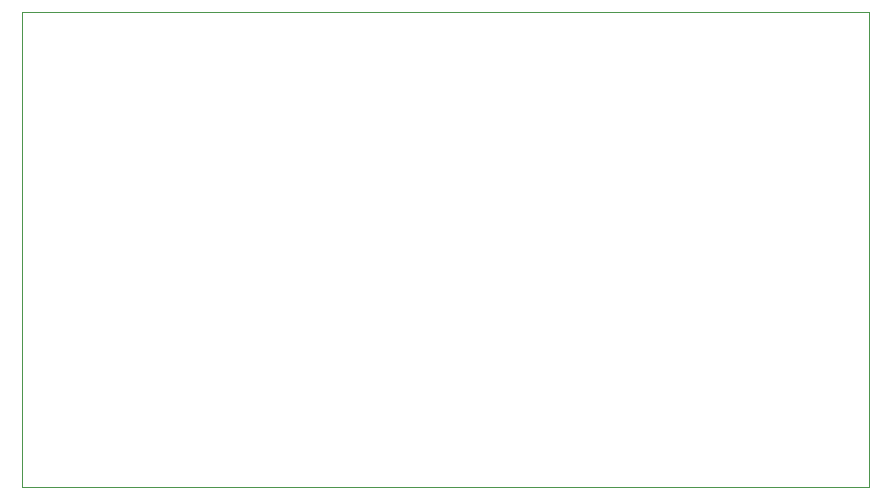
<source format=gm1>
G04*
G04 #@! TF.GenerationSoftware,Altium Limited,Altium Designer,19.1.7 (138)*
G04*
G04 Layer_Color=16711935*
%FSLAX25Y25*%
%MOIN*%
G70*
G01*
G75*
%ADD32C,0.00400*%
D32*
Y158500D01*
X282500D01*
Y0D02*
Y158500D01*
X0Y0D02*
X282500D01*
M02*

</source>
